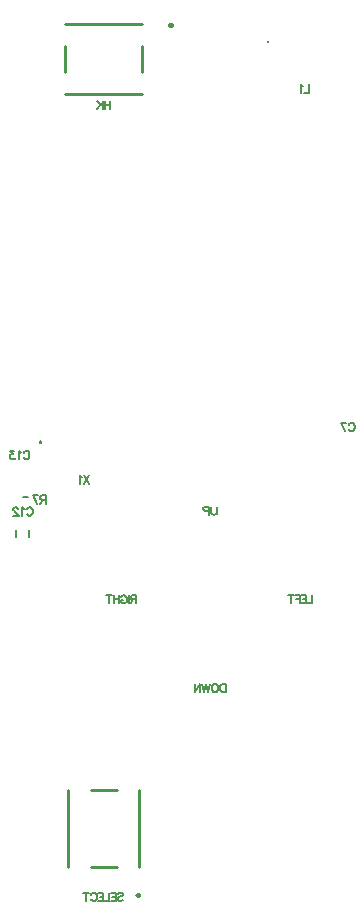
<source format=gbo>
%FSTAX23Y23*%
%MOIN*%
%SFA1B1*%

%IPPOS*%
%ADD11C,0.003900*%
%ADD12C,0.007900*%
%ADD13C,0.005900*%
%ADD15C,0.005100*%
%ADD16C,0.006000*%
%ADD107C,0.010000*%
%LNright_board-1*%
%LPD*%
G54D11*
X03332Y04322D02*
D01*
X03332Y04322*
X03332Y04321*
X03332Y04321*
X03332Y04321*
X03332Y04321*
X03332Y04321*
X03332Y04321*
X03332Y04321*
X03332Y04321*
X03332Y0432*
X03332Y0432*
X03332Y0432*
X03332Y0432*
X03332Y0432*
X03332Y0432*
X03332Y0432*
X03332Y04319*
X03333Y04319*
X03333Y04319*
X03333Y04319*
X03333Y04319*
X03333Y04319*
X03333Y04319*
X03333Y04319*
X03333Y04319*
X03333Y04319*
X03334Y04319*
X03334Y04319*
X03334Y04319*
X03334Y04319*
X03334Y04319*
X03334Y04319*
X03334Y04319*
X03335Y04319*
X03335Y04319*
X03335Y04319*
X03335Y04319*
X03335Y04319*
X03335Y04319*
X03335Y04319*
X03335Y04319*
X03335Y04319*
X03336Y04319*
X03336Y0432*
X03336Y0432*
Y0432*
D01*
X03336Y0432*
X03336Y0432*
X03336Y0432*
X03336Y0432*
X03336Y0432*
X03336Y04321*
X03336Y04321*
X03336Y04321*
X03336Y04321*
X03336Y04321*
X03336Y04321*
X03336Y04321*
X03336Y04322*
X03336Y04322*
X03336Y04322*
X03336Y04322*
X03336Y04322*
X03335Y04322*
X03335Y04322*
X03335Y04322*
X03335Y04322*
X03335Y04322*
X03335Y04323*
X03335Y04323*
X03335Y04323*
X03335Y04323*
X03334Y04323*
X03334Y04323*
X03334Y04323*
X03334Y04323*
X03334Y04323*
X03334Y04323*
X03334Y04323*
X03333Y04323*
X03333Y04323*
X03333Y04323*
X03333Y04323*
X03333Y04322*
X03333Y04322*
X03333Y04322*
X03333Y04322*
X03333Y04322*
X03332Y04322*
X03332Y04322*
X03332Y04322*
Y04322*
D01*
X03332Y04322*
X03332Y04321*
X03332Y04321*
X03332Y04321*
X03332Y04321*
X03332Y04321*
X03332Y04321*
X03332Y04321*
X03332Y04321*
X03332Y0432*
X03332Y0432*
X03332Y0432*
X03332Y0432*
X03332Y0432*
X03332Y0432*
X03332Y0432*
X03332Y04319*
X03333Y04319*
X03333Y04319*
X03333Y04319*
X03333Y04319*
X03333Y04319*
X03333Y04319*
X03333Y04319*
X03333Y04319*
X03333Y04319*
X03334Y04319*
X03334Y04319*
X03334Y04319*
X03334Y04319*
X03334Y04319*
X03334Y04319*
X03334Y04319*
X03335Y04319*
X03335Y04319*
X03335Y04319*
X03335Y04319*
X03335Y04319*
X03335Y04319*
X03335Y04319*
X03335Y04319*
X03335Y04319*
X03336Y04319*
X03336Y0432*
X03336Y0432*
Y0432*
D01*
X03336Y0432*
X03336Y0432*
X03336Y0432*
X03336Y0432*
X03336Y0432*
X03336Y04321*
X03336Y04321*
X03336Y04321*
X03336Y04321*
X03336Y04321*
X03336Y04321*
X03336Y04321*
X03336Y04322*
X03336Y04322*
X03336Y04322*
X03336Y04322*
X03336Y04322*
X03335Y04322*
X03335Y04322*
X03335Y04322*
X03335Y04322*
X03335Y04322*
X03335Y04323*
X03335Y04323*
X03335Y04323*
X03335Y04323*
X03334Y04323*
X03334Y04323*
X03334Y04323*
X03334Y04323*
X03334Y04323*
X03334Y04323*
X03334Y04323*
X03333Y04323*
X03333Y04323*
X03333Y04323*
X03333Y04323*
X03333Y04322*
X03333Y04322*
X03333Y04322*
X03333Y04322*
X03333Y04322*
X03332Y04322*
X03332Y04322*
X03332Y04322*
Y04322*
G54D12*
X02577Y02985D02*
D01*
X02577Y02985*
X02578Y02985*
X02578Y02985*
X02578Y02985*
X02578Y02985*
X02578Y02985*
X02578Y02985*
X02578Y02985*
X02578Y02985*
X02579Y02985*
X02579Y02985*
X02579Y02985*
X02579Y02985*
X02579Y02986*
X02579Y02986*
X02579Y02986*
X02579Y02986*
X02579Y02986*
X02579Y02986*
X02579Y02986*
X02579Y02986*
X02579Y02987*
Y02987*
X02579Y02987*
X02579Y02987*
X02579Y02987*
X02579Y02987*
X02579Y02987*
X02579Y02988*
X02579Y02988*
X02579Y02988*
X02579Y02988*
X02579Y02988*
X02579Y02988*
X02579Y02988*
X02578Y02988*
X02578Y02988*
X02578Y02988*
X02578Y02989*
X02578Y02989*
X02578Y02989*
X02578Y02989*
X02578Y02989*
X02577Y02989*
X02577Y02989*
D01*
X02577Y02989*
X02577Y02989*
X02577Y02989*
X02577Y02989*
X02577Y02989*
X02576Y02989*
X02576Y02988*
X02576Y02988*
X02576Y02988*
X02576Y02988*
X02576Y02988*
X02576Y02988*
X02576Y02988*
X02576Y02988*
X02576Y02988*
X02576Y02988*
X02575Y02987*
X02575Y02987*
X02575Y02987*
X02575Y02987*
X02575Y02987*
X02575Y02987*
Y02987*
X02575Y02986*
X02575Y02986*
X02575Y02986*
X02575Y02986*
X02575Y02986*
X02576Y02986*
X02576Y02986*
X02576Y02986*
X02576Y02985*
X02576Y02985*
X02576Y02985*
X02576Y02985*
X02576Y02985*
X02576Y02985*
X02576Y02985*
X02576Y02985*
X02577Y02985*
X02577Y02985*
X02577Y02985*
X02577Y02985*
X02577Y02985*
X02577Y02985*
D01*
X02577Y02985*
X02578Y02985*
X02578Y02985*
X02578Y02985*
X02578Y02985*
X02578Y02985*
X02578Y02985*
X02578Y02985*
X02578Y02985*
X02579Y02985*
X02579Y02985*
X02579Y02985*
X02579Y02985*
X02579Y02986*
X02579Y02986*
X02579Y02986*
X02579Y02986*
X02579Y02986*
X02579Y02986*
X02579Y02986*
X02579Y02986*
X02579Y02987*
Y02987*
X02579Y02987*
X02579Y02987*
X02579Y02987*
X02579Y02987*
X02579Y02987*
X02579Y02988*
X02579Y02988*
X02579Y02988*
X02579Y02988*
X02579Y02988*
X02579Y02988*
X02579Y02988*
X02578Y02988*
X02578Y02988*
X02578Y02988*
X02578Y02989*
X02578Y02989*
X02578Y02989*
X02578Y02989*
X02578Y02989*
X02577Y02989*
X02577Y02989*
G54D13*
X02519Y02805D02*
X02535D01*
X0254Y02672D02*
Y02695D01*
X02497D02*
Y02672D01*
G54D15*
X02532Y02763D02*
X02533Y02765D01*
X02536Y02768*
X02538Y02769*
X02543*
X02546Y02768*
X02549Y02765*
X0255Y02763*
X02551Y02759*
Y02752*
X0255Y02748*
X02549Y02746*
X02546Y02743*
X02543Y02742*
X02538*
X02536Y02743*
X02533Y02746*
X02532Y02748*
X02524Y02764D02*
X02521Y02765D01*
X02517Y02769*
Y02742*
X02502Y02763D02*
Y02764D01*
X02501Y02767*
X025Y02768*
X02497Y02769*
X02492*
X02489Y02768*
X02488Y02767*
X02487Y02764*
Y02761*
X02488Y02759*
X02491Y02755*
X02504Y02742*
X02485*
X03604Y03045D02*
X03606Y03048D01*
X03608Y0305*
X03611Y03052*
X03616*
X03619Y0305*
X03621Y03048*
X03623Y03045*
X03624Y03041*
Y03035*
X03623Y03031*
X03621Y03028*
X03619Y03025*
X03616Y03024*
X03611*
X03608Y03025*
X03606Y03028*
X03604Y03031*
X03578Y03052D02*
X03591Y03024D01*
X03597Y03052D02*
X03578D01*
G54D16*
X03481Y02476D02*
Y02449D01*
X03465*
X03445Y02476D02*
X03462D01*
Y02449*
X03445*
X03462Y02463D02*
X03452D01*
X03441Y02476D02*
Y02449D01*
Y02476D02*
X03424D01*
X03441Y02463D02*
X0343D01*
X03411Y02476D02*
Y02449D01*
X03421Y02476D02*
X03402D01*
X02896Y02476D02*
Y02449D01*
Y02476D02*
X02884D01*
X0288Y02475*
X02879Y02474*
X02878Y02471*
Y02468*
X02879Y02466*
X0288Y02465*
X02884Y02463*
X02896*
X02887D02*
X02878Y02449D01*
X02871Y02476D02*
Y02449D01*
X02846Y0247D02*
X02847Y02472D01*
X0285Y02475*
X02853Y02476*
X02858*
X0286Y02475*
X02863Y02472*
X02864Y0247*
X02866Y02466*
Y02459*
X02864Y02455*
X02863Y02453*
X0286Y0245*
X02858Y02449*
X02853*
X0285Y0245*
X02847Y02453*
X02846Y02455*
Y02459*
X02853D02*
X02846D01*
X0284Y02476D02*
Y02449D01*
X02821Y02476D02*
Y02449D01*
X0284Y02463D02*
X02821D01*
X02805Y02476D02*
Y02449D01*
X02814Y02476D02*
X02795D01*
X0274Y02876D02*
X02721Y02848D01*
Y02876D02*
X0274Y02848D01*
X02715Y0287D02*
X02712Y02872D01*
X02708Y02876*
Y02848*
X03194Y0218D02*
Y02153D01*
Y0218D02*
X03185D01*
X03181Y02179*
X03178Y02176*
X03177Y02174*
X03175Y0217*
Y02163*
X03177Y02159*
X03178Y02157*
X03181Y02154*
X03185Y02153*
X03194*
X03161Y0218D02*
X03164Y02179D01*
X03167Y02176*
X03168Y02174*
X03169Y0217*
Y02163*
X03168Y02159*
X03167Y02157*
X03164Y02154*
X03161Y02153*
X03156*
X03153Y02154*
X03151Y02157*
X03149Y02159*
X03148Y02163*
Y0217*
X03149Y02174*
X03151Y02176*
X03153Y02179*
X03156Y0218*
X03161*
X03142D02*
X03135Y02153D01*
X03129Y0218D02*
X03135Y02153D01*
X03129Y0218D02*
X03122Y02153D01*
X03116Y0218D02*
X03122Y02153D01*
X0311Y0218D02*
Y02153D01*
Y0218D02*
X03092Y02153D01*
Y0218D02*
Y02153D01*
X02834Y01481D02*
X02836Y01483D01*
X0284Y01485*
X02846*
X0285Y01483*
X02852Y01481*
Y01478*
X02851Y01476*
X0285Y01474*
X02847Y01473*
X02839Y0147*
X02836Y01469*
X02835Y01468*
X02834Y01465*
Y01461*
X02836Y01459*
X0284Y01457*
X02846*
X0285Y01459*
X02852Y01461*
X02811Y01485D02*
X02828D01*
Y01457*
X02811*
X02828Y01472D02*
X02817D01*
X02806Y01485D02*
Y01457D01*
X0279*
X0277Y01485D02*
X02787D01*
Y01457*
X0277*
X02787Y01472D02*
X02777D01*
X02746Y01478D02*
X02747Y01481D01*
X0275Y01483*
X02752Y01485*
X02758*
X0276Y01483*
X02763Y01481*
X02764Y01478*
X02766Y01474*
Y01468*
X02764Y01464*
X02763Y01461*
X0276Y01459*
X02758Y01457*
X02752*
X0275Y01459*
X02747Y01461*
X02746Y01464*
X02729Y01485D02*
Y01457D01*
X02738Y01485D02*
X0272D01*
X03165Y02772D02*
Y02752D01*
X03164Y02748*
X03161Y02746*
X03157Y02745*
X03154*
X0315Y02746*
X03148Y02748*
X03146Y02752*
Y02772*
X03139Y02758D02*
X03127D01*
X03123Y02759*
X03122Y0276*
X0312Y02763*
Y02767*
X03122Y02769*
X03123Y02771*
X03127Y02772*
X03139*
Y02745*
X02594Y02809D02*
Y02781D01*
Y02809D02*
X02582D01*
X02578Y02807*
X02577Y02806*
X02575Y02803*
Y02801*
X02577Y02798*
X02578Y02797*
X02582Y02795*
X02594*
X02585D02*
X02575Y02781D01*
X02551Y02809D02*
X02564Y02781D01*
X02569Y02809D02*
X02551D01*
X02521Y02951D02*
X02522Y02953D01*
X02525Y02956*
X02527Y02957*
X02533*
X02535Y02956*
X02538Y02953*
X02539Y02951*
X0254Y02947*
Y0294*
X02539Y02936*
X02538Y02934*
X02535Y02931*
X02533Y0293*
X02527*
X02525Y02931*
X02522Y02934*
X02521Y02936*
X02513Y02952D02*
X0251Y02953D01*
X02506Y02957*
Y0293*
X0249Y02957D02*
X02476D01*
X02484Y02947*
X0248*
X02477Y02945*
X02476Y02944*
X02474Y0294*
Y02938*
X02476Y02934*
X02478Y02931*
X02482Y0293*
X02486*
X0249Y02931*
X02491Y02932*
X02493Y02935*
X03471Y04179D02*
Y04151D01*
X03456*
X03453Y04174D02*
X0345Y04175D01*
X03446Y04179*
Y04151*
X0281Y04125D02*
Y04097D01*
X02792Y04125D02*
Y04097D01*
X0281Y04111D02*
X02792D01*
X02784Y04125D02*
Y04097D01*
X02766Y04125D02*
X02784Y04106D01*
X02778Y04113D02*
X02766Y04097D01*
G54D107*
X02906Y01477D02*
D01*
X02906Y01477*
X02906Y01478*
X02906Y01478*
X02906Y01478*
X02906Y01479*
X02906Y01479*
X02906Y01479*
X02906Y01479*
X02905Y0148*
X02905Y0148*
X02905Y0148*
X02905Y0148*
X02905Y01481*
X02904Y01481*
X02904Y01481*
X02904Y01481*
X02903Y01481*
X02903Y01481*
X02903Y01481*
X02903Y01481*
X02902Y01481*
X02902Y01481*
X02902*
X02901Y01481*
X02901Y01481*
X02901Y01481*
X029Y01481*
X029Y01481*
X029Y01481*
X029Y01481*
X02899Y01481*
X02899Y01481*
X02899Y0148*
X02899Y0148*
X02898Y0148*
X02898Y0148*
X02898Y01479*
X02898Y01479*
X02898Y01479*
X02898Y01479*
X02898Y01478*
X02897Y01478*
X02897Y01478*
X02897Y01477*
X02897Y01477*
X02897Y01477*
X02897Y01476*
X02897Y01476*
X02898Y01476*
X02898Y01476*
X02898Y01475*
X02898Y01475*
X02898Y01475*
X02898Y01475*
X02898Y01474*
X02899Y01474*
X02899Y01474*
X02899Y01474*
X02899Y01473*
X029Y01473*
X029Y01473*
X029Y01473*
X029Y01473*
X02901Y01473*
X02901Y01473*
X02901Y01473*
X02902Y01473*
X02902*
X02902Y01473*
X02903Y01473*
X02903Y01473*
X02903Y01473*
X02903Y01473*
X02904Y01473*
X02904Y01473*
X02904Y01473*
X02905Y01474*
X02905Y01474*
X02905Y01474*
X02905Y01474*
X02905Y01475*
X02906Y01475*
X02906Y01475*
X02906Y01475*
X02906Y01476*
X02906Y01476*
X02906Y01476*
X02906Y01476*
X02906Y01477*
X02906Y01477*
X03015Y04378D02*
D01*
X03015Y04378*
X03015Y04378*
X03015Y04379*
X03014Y04379*
X03014Y04379*
X03014Y04379*
X03014Y0438*
X03014Y0438*
X03014Y0438*
X03014Y04381*
X03013Y04381*
X03013Y04381*
X03013Y04381*
X03013Y04381*
X03012Y04382*
X03012Y04382*
X03012Y04382*
X03012Y04382*
X03011Y04382*
X03011Y04382*
X03011Y04382*
X0301Y04382*
X0301*
X0301Y04382*
X03009Y04382*
X03009Y04382*
X03009Y04382*
X03009Y04382*
X03008Y04382*
X03008Y04382*
X03008Y04381*
X03007Y04381*
X03007Y04381*
X03007Y04381*
X03007Y04381*
X03007Y0438*
X03006Y0438*
X03006Y0438*
X03006Y04379*
X03006Y04379*
X03006Y04379*
X03006Y04379*
X03006Y04378*
X03006Y04378*
X03006Y04378*
X03006Y04377*
X03006Y04377*
X03006Y04377*
X03006Y04376*
X03006Y04376*
X03006Y04376*
X03006Y04376*
X03006Y04375*
X03007Y04375*
X03007Y04375*
X03007Y04375*
X03007Y04374*
X03007Y04374*
X03008Y04374*
X03008Y04374*
X03008Y04374*
X03009Y04374*
X03009Y04374*
X03009Y04373*
X03009Y04373*
X0301Y04373*
X0301Y04373*
X0301*
X03011Y04373*
X03011Y04373*
X03011Y04373*
X03012Y04374*
X03012Y04374*
X03012Y04374*
X03012Y04374*
X03013Y04374*
X03013Y04374*
X03013Y04374*
X03013Y04375*
X03014Y04375*
X03014Y04375*
X03014Y04375*
X03014Y04376*
X03014Y04376*
X03014Y04376*
X03014Y04376*
X03015Y04377*
X03015Y04377*
X03015Y04377*
X03015Y04378*
X02906Y01571D02*
Y01827D01*
X0267Y01571D02*
Y01827D01*
X02745Y01571D02*
X02832D01*
X02745Y01827D02*
X02832D01*
X0266Y04221D02*
Y04308D01*
X02916Y04221D02*
Y04308D01*
X0266Y04146D02*
X02916D01*
X0266Y04382D02*
X02916D01*
M02*
</source>
